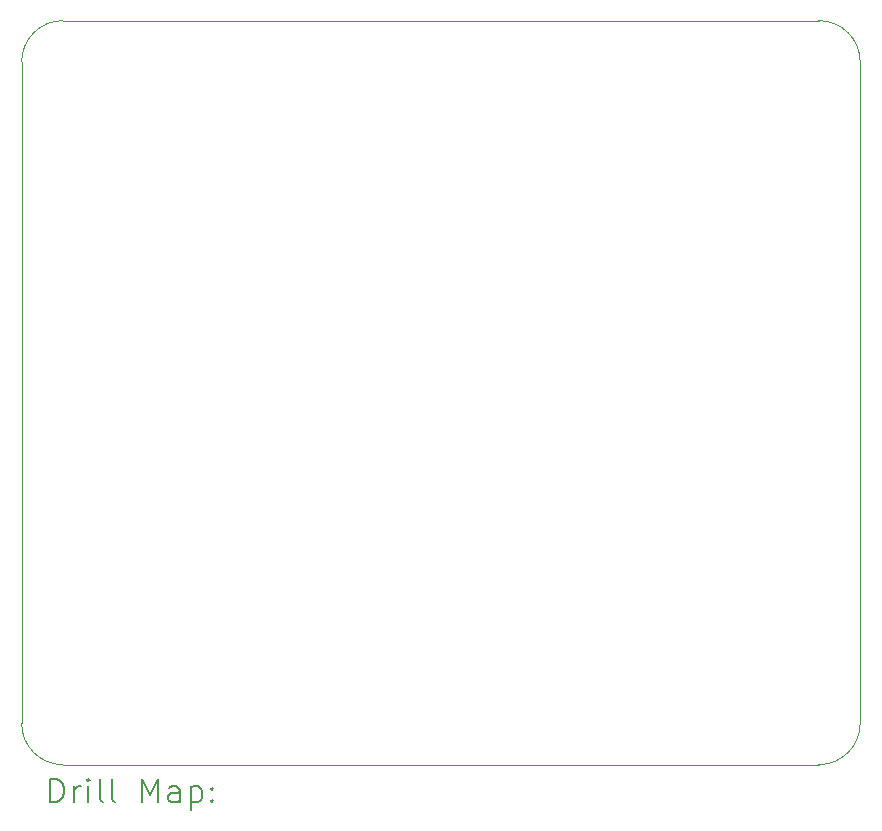
<source format=gbr>
%TF.GenerationSoftware,KiCad,Pcbnew,7.0.1*%
%TF.CreationDate,2023-04-29T01:50:37-04:00*%
%TF.ProjectId,PowerSection,506f7765-7253-4656-9374-696f6e2e6b69,rev?*%
%TF.SameCoordinates,Original*%
%TF.FileFunction,Drillmap*%
%TF.FilePolarity,Positive*%
%FSLAX45Y45*%
G04 Gerber Fmt 4.5, Leading zero omitted, Abs format (unit mm)*
G04 Created by KiCad (PCBNEW 7.0.1) date 2023-04-29 01:50:37*
%MOMM*%
%LPD*%
G01*
G04 APERTURE LIST*
%ADD10C,0.100000*%
%ADD11C,0.200000*%
G04 APERTURE END LIST*
D10*
X16550000Y-10900000D02*
X10150000Y-10900000D01*
X9800000Y-4950000D02*
X9800000Y-10550000D01*
X16900000Y-4950000D02*
G75*
G03*
X16550000Y-4600000I-350000J0D01*
G01*
X16900000Y-4950000D02*
X16900000Y-10550000D01*
X16550000Y-10900000D02*
G75*
G03*
X16900000Y-10550000I0J350000D01*
G01*
X10150000Y-4600000D02*
X16550000Y-4600000D01*
X9800000Y-10550000D02*
G75*
G03*
X10150000Y-10900000I350000J0D01*
G01*
X10150000Y-4600000D02*
G75*
G03*
X9800000Y-4950000I0J-350000D01*
G01*
D11*
X10042619Y-11217524D02*
X10042619Y-11017524D01*
X10042619Y-11017524D02*
X10090238Y-11017524D01*
X10090238Y-11017524D02*
X10118810Y-11027048D01*
X10118810Y-11027048D02*
X10137857Y-11046095D01*
X10137857Y-11046095D02*
X10147381Y-11065143D01*
X10147381Y-11065143D02*
X10156905Y-11103238D01*
X10156905Y-11103238D02*
X10156905Y-11131810D01*
X10156905Y-11131810D02*
X10147381Y-11169905D01*
X10147381Y-11169905D02*
X10137857Y-11188952D01*
X10137857Y-11188952D02*
X10118810Y-11208000D01*
X10118810Y-11208000D02*
X10090238Y-11217524D01*
X10090238Y-11217524D02*
X10042619Y-11217524D01*
X10242619Y-11217524D02*
X10242619Y-11084190D01*
X10242619Y-11122286D02*
X10252143Y-11103238D01*
X10252143Y-11103238D02*
X10261667Y-11093714D01*
X10261667Y-11093714D02*
X10280714Y-11084190D01*
X10280714Y-11084190D02*
X10299762Y-11084190D01*
X10366429Y-11217524D02*
X10366429Y-11084190D01*
X10366429Y-11017524D02*
X10356905Y-11027048D01*
X10356905Y-11027048D02*
X10366429Y-11036571D01*
X10366429Y-11036571D02*
X10375952Y-11027048D01*
X10375952Y-11027048D02*
X10366429Y-11017524D01*
X10366429Y-11017524D02*
X10366429Y-11036571D01*
X10490238Y-11217524D02*
X10471190Y-11208000D01*
X10471190Y-11208000D02*
X10461667Y-11188952D01*
X10461667Y-11188952D02*
X10461667Y-11017524D01*
X10595000Y-11217524D02*
X10575952Y-11208000D01*
X10575952Y-11208000D02*
X10566429Y-11188952D01*
X10566429Y-11188952D02*
X10566429Y-11017524D01*
X10823571Y-11217524D02*
X10823571Y-11017524D01*
X10823571Y-11017524D02*
X10890238Y-11160381D01*
X10890238Y-11160381D02*
X10956905Y-11017524D01*
X10956905Y-11017524D02*
X10956905Y-11217524D01*
X11137857Y-11217524D02*
X11137857Y-11112762D01*
X11137857Y-11112762D02*
X11128333Y-11093714D01*
X11128333Y-11093714D02*
X11109286Y-11084190D01*
X11109286Y-11084190D02*
X11071190Y-11084190D01*
X11071190Y-11084190D02*
X11052143Y-11093714D01*
X11137857Y-11208000D02*
X11118810Y-11217524D01*
X11118810Y-11217524D02*
X11071190Y-11217524D01*
X11071190Y-11217524D02*
X11052143Y-11208000D01*
X11052143Y-11208000D02*
X11042619Y-11188952D01*
X11042619Y-11188952D02*
X11042619Y-11169905D01*
X11042619Y-11169905D02*
X11052143Y-11150857D01*
X11052143Y-11150857D02*
X11071190Y-11141333D01*
X11071190Y-11141333D02*
X11118810Y-11141333D01*
X11118810Y-11141333D02*
X11137857Y-11131810D01*
X11233095Y-11084190D02*
X11233095Y-11284190D01*
X11233095Y-11093714D02*
X11252143Y-11084190D01*
X11252143Y-11084190D02*
X11290238Y-11084190D01*
X11290238Y-11084190D02*
X11309286Y-11093714D01*
X11309286Y-11093714D02*
X11318809Y-11103238D01*
X11318809Y-11103238D02*
X11328333Y-11122286D01*
X11328333Y-11122286D02*
X11328333Y-11179429D01*
X11328333Y-11179429D02*
X11318809Y-11198476D01*
X11318809Y-11198476D02*
X11309286Y-11208000D01*
X11309286Y-11208000D02*
X11290238Y-11217524D01*
X11290238Y-11217524D02*
X11252143Y-11217524D01*
X11252143Y-11217524D02*
X11233095Y-11208000D01*
X11414048Y-11198476D02*
X11423571Y-11208000D01*
X11423571Y-11208000D02*
X11414048Y-11217524D01*
X11414048Y-11217524D02*
X11404524Y-11208000D01*
X11404524Y-11208000D02*
X11414048Y-11198476D01*
X11414048Y-11198476D02*
X11414048Y-11217524D01*
X11414048Y-11093714D02*
X11423571Y-11103238D01*
X11423571Y-11103238D02*
X11414048Y-11112762D01*
X11414048Y-11112762D02*
X11404524Y-11103238D01*
X11404524Y-11103238D02*
X11414048Y-11093714D01*
X11414048Y-11093714D02*
X11414048Y-11112762D01*
M02*

</source>
